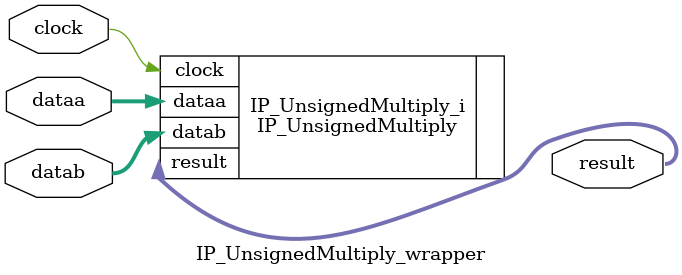
<source format=v>
`timescale 1 ps / 1 ps

module IP_UnsignedMultiply_wrapper
   (clock,
    dataa,
    datab,
    result);
  input clock;
  input [31:0]dataa;
  input [31:0]datab;
  output [63:0]result;

  wire clock;
  wire [31:0]dataa;
  wire [31:0]datab;
  wire [63:0]result;

  IP_UnsignedMultiply IP_UnsignedMultiply_i
       (.clock(clock),
        .dataa(dataa),
        .datab(datab),
        .result(result));
endmodule

</source>
